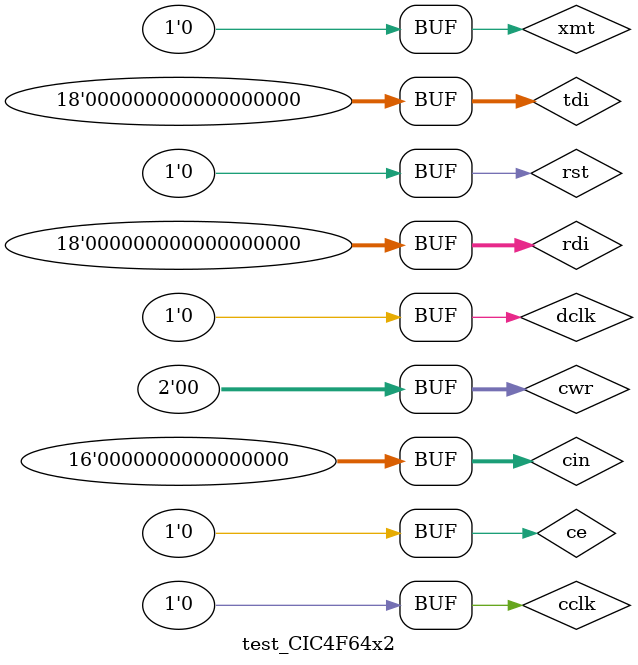
<source format=v>
`timescale 1ns / 1ps

module test_CIC4F64x2;

	// Inputs
	reg [17:0] rdi;
	reg [17:0] tdi;
	reg ce;
	reg dclk;
	reg cclk;
	reg rst;
	reg xmt;
	reg [15:0] cin;
	reg [1:0] cwr;
	reg [17:0] rdox,rdoy,tdox,tdoy;

	// Outputs
	wire tie;
	wire [17:0] rdo;
	wire [17:0] tdo;
	wire rov;
	wire ovf;

	// Instantiate the Unit Under Test (UUT)
	CIC4F64x2 uut (
		.rdi(rdi), 
		.tdi(tdi), 
		.tie(tie), 
		.rdo(rdo), 
		.tdo(tdo), 
		.rov(rov),
		.ovf(ovf),
		.dclk(dclk), 
		.ce(ce),
		.rst(rst), 
		.xmt(xmt), 
		.cin(cin), 
		.cwr(cwr),
		.cclk(cclk)
	);
	always @ (posedge dclk) if (rov & ~ce) rdox <= rdo;
	always @ (posedge dclk) if (rov & ce) rdoy <= rdo;
	always @ (posedge dclk) if (~ce) tdox <= tdo;
	always @ (posedge dclk) if (ce) tdoy <= tdo;

	initial begin
		// Initialize Inputs
		rdi = 0;
		tdi = 0;
		ce = 0;
		dclk = 0;
		cclk = 0;
		rst = 0;
		xmt = 0;
		cin = 0;
		cwr = 0;
		rdox = 0;
		rdoy = 0;
		tdox = 0;
		tdoy = 0;

		// Wait 100 ns for global reset to finish
		#100;
		
		// register 1: bits 15-10 = gain exponent, bits 10-6 = integer gain, bits 5-0 = fractional gain
		// register 2: bit 15 = no. chan. bits 11-0 = interpolation/decimation factor - 1
		// configure to interpolate 2 channels by 16 - Gain = 2^42/2^12 = 2^30 = 4 x 2^28
		// exp=28, int=4, frac=0 => 011100 0100 000000 = 7100
		#5 cclk = 0; xmt = 1; rst = 1; cwr = 1; cin = 16'h7100;
		#5 cclk = 1;
		#5 cclk = 0; xmt = 1; rst = 1; cwr = 2; cin = 16'h800F;
		#5 cclk = 1;
		#5 cclk = 0; cwr = 0; cin = 0;
      // reset
		repeat (40)
		begin
			#5 dclk = 0; rst = 1;
			#5 dclk = 1;
		end
		#5 dclk = 0; rst = 0;
		#5 dclk = 1;
		// Test transmit path
		repeat (20)
		begin
			#5 dclk = 0; ce = 0; tdi = 0;
			#5 dclk = 1; ce = 0;
			#5 dclk = 0; ce = 1;
			#5 dclk = 1; ce = 1;
		end
		repeat (80)
		begin
			#5 dclk = 0; ce = 0; tdi = 100000;
			#5 dclk = 1; ce = 0;
			#5 dclk = 0; ce = 1; tdi = -100000;
			#5 dclk = 1; ce = 1;
		end
		repeat (80)
		begin
			#5 dclk = 0; ce = 0; tdi = -100000;
			#5 dclk = 1; ce = 0;
			#5 dclk = 0; ce = 1; tdi = 100000;
			#5 dclk = 1; ce = 1;
		end
		repeat (80)
		begin
			#5 dclk = 0; ce = 0; tdi = 0;
			#5 dclk = 1; ce = 0;
			#5 dclk = 0; ce = 1;
			#5 dclk = 1; ce = 1;
		end
		#5 dclk = 0; ce = 0;
		
		// register 1: bits 15-10 = gain exponent, bits 10-6 = integer gain, bits 5-0 = fractional gain
		// register 2: bits 11-0 = interpolation/decimation factor - 1
		// configure to decimate 2 channels by 16 - Gain = 2^46/2^16 = 2^30 = 4 x 2^28
		// exp=28, int=4, frac=0 => 011100 0100 000000 = 7100
		#5 cclk = 0; xmt = 0; rst = 1; cwr = 1; cin = 16'h7100;
		#5 cclk = 1;
		#5 cclk = 0; xmt = 0; rst = 1; cwr = 2; cin = 16'h800F;
		#5 cclk = 1;
		#5 cclk = 0; cwr = 0; cin = 0;
      // reset
		repeat (40)
		begin
			#5 dclk = 0; rst = 1;
			#5 dclk = 1;
		end
		#5 dclk = 0; rst = 0;
		#5 dclk = 1;
		// Test transmit path
		repeat (120)
		begin
			#5 dclk = 0; ce = 0; rdi = 0;
			#5 dclk = 1; ce = 0;
			#5 dclk = 0; ce = 1;
			#5 dclk = 1; ce = 1;
		end
		repeat (120)
		begin
			#5 dclk = 0; ce = 0; rdi = 50000;
			#5 dclk = 1; ce = 0;
			#5 dclk = 0; ce = 1; rdi = -50000;
			#5 dclk = 1; ce = 1;
		end
		repeat (120)
		begin
			#5 dclk = 0; ce = 0; rdi = -50000;
			#5 dclk = 1; ce = 0;
			#5 dclk = 0; ce = 1; rdi = 50000;
			#5 dclk = 1; ce = 1;
		end
		repeat (120)
		begin
			#5 dclk = 0; ce = 0; rdi = 0;
			#5 dclk = 1; ce = 0;
			#5 dclk = 0; ce = 1;
			#5 dclk = 1; ce = 1;
		end
		#5 dclk = 0; ce = 0;
	end
      
endmodule


</source>
